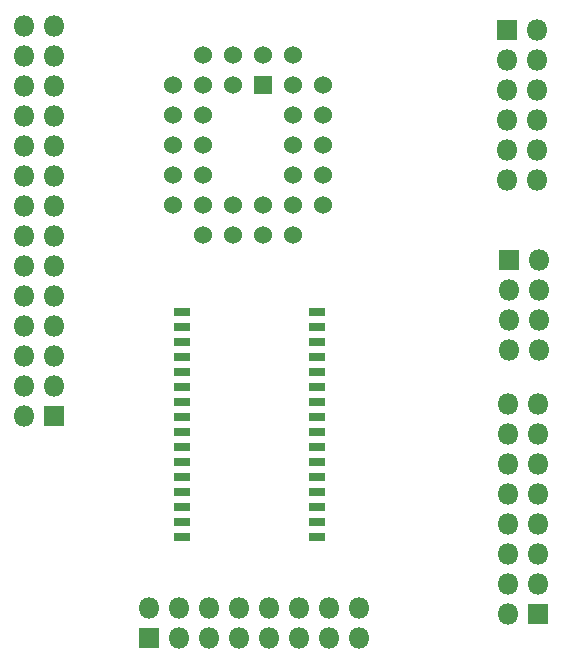
<source format=gbr>
%TF.GenerationSoftware,KiCad,Pcbnew,(5.1.6)-1*%
%TF.CreationDate,2020-09-22T21:52:58+03:00*%
%TF.ProjectId,RAM_ROM_devboard,52414d5f-524f-44d5-9f64-6576626f6172,rev?*%
%TF.SameCoordinates,Original*%
%TF.FileFunction,Soldermask,Top*%
%TF.FilePolarity,Negative*%
%FSLAX46Y46*%
G04 Gerber Fmt 4.6, Leading zero omitted, Abs format (unit mm)*
G04 Created by KiCad (PCBNEW (5.1.6)-1) date 2020-09-22 21:52:58*
%MOMM*%
%LPD*%
G01*
G04 APERTURE LIST*
%ADD10O,1.800000X1.800000*%
%ADD11R,1.800000X1.800000*%
%ADD12R,1.395000X0.750000*%
%ADD13C,1.530000*%
%ADD14R,1.530000X1.530000*%
G04 APERTURE END LIST*
D10*
%TO.C,J7*%
X140716000Y-98806000D03*
X143256000Y-98806000D03*
X140716000Y-101346000D03*
X143256000Y-101346000D03*
X140716000Y-103886000D03*
X143256000Y-103886000D03*
X140716000Y-106426000D03*
X143256000Y-106426000D03*
X140716000Y-108966000D03*
X143256000Y-108966000D03*
X140716000Y-111506000D03*
X143256000Y-111506000D03*
X140716000Y-114046000D03*
X143256000Y-114046000D03*
X140716000Y-116586000D03*
D11*
X143256000Y-116586000D03*
%TD*%
D12*
%TO.C,IC1*%
X124600000Y-91059000D03*
X124600000Y-92329000D03*
X124600000Y-93599000D03*
X124600000Y-94869000D03*
X124600000Y-96139000D03*
X124600000Y-97409000D03*
X124600000Y-98679000D03*
X124600000Y-99949000D03*
X124600000Y-101219000D03*
X124600000Y-102489000D03*
X124600000Y-103759000D03*
X124600000Y-105029000D03*
X124600000Y-106299000D03*
X124600000Y-107569000D03*
X124600000Y-108839000D03*
X124600000Y-110109000D03*
X113144000Y-110109000D03*
X113144000Y-108839000D03*
X113144000Y-107569000D03*
X113144000Y-106299000D03*
X113144000Y-105029000D03*
X113144000Y-103759000D03*
X113144000Y-102489000D03*
X113144000Y-101219000D03*
X113144000Y-99949000D03*
X113144000Y-98679000D03*
X113144000Y-97409000D03*
X113144000Y-96139000D03*
X113144000Y-94869000D03*
X113144000Y-93599000D03*
X113144000Y-92329000D03*
X113144000Y-91059000D03*
%TD*%
D13*
%TO.C,J2*%
X119988500Y-69280000D03*
X122528500Y-71820000D03*
X122528500Y-69280000D03*
X125068500Y-71820000D03*
X122528500Y-74360000D03*
X125068500Y-74360000D03*
X122528500Y-76900000D03*
X125068500Y-76900000D03*
X122528500Y-79440000D03*
X125068500Y-79440000D03*
X122528500Y-81980000D03*
X125068500Y-81980000D03*
X122528500Y-84520000D03*
X119988500Y-81980000D03*
X119988500Y-84520000D03*
X117448500Y-81980000D03*
X117448500Y-84520000D03*
X114908500Y-81980000D03*
X114908500Y-84520000D03*
X112368500Y-81980000D03*
X114908500Y-79440000D03*
X112368500Y-79440000D03*
X114908500Y-76900000D03*
X112368500Y-76900000D03*
X114908500Y-74360000D03*
X112368500Y-74360000D03*
X114908500Y-71820000D03*
X112368500Y-71820000D03*
X114908500Y-69280000D03*
X117448500Y-71820000D03*
X117448500Y-69280000D03*
D14*
X119988500Y-71820000D03*
%TD*%
D10*
%TO.C,J6*%
X143192500Y-79883000D03*
X140652500Y-79883000D03*
X143192500Y-77343000D03*
X140652500Y-77343000D03*
X143192500Y-74803000D03*
X140652500Y-74803000D03*
X143192500Y-72263000D03*
X140652500Y-72263000D03*
X143192500Y-69723000D03*
X140652500Y-69723000D03*
X143192500Y-67183000D03*
D11*
X140652500Y-67183000D03*
%TD*%
D10*
%TO.C,J4*%
X143383000Y-94234000D03*
X140843000Y-94234000D03*
X143383000Y-91694000D03*
X140843000Y-91694000D03*
X143383000Y-89154000D03*
X140843000Y-89154000D03*
X143383000Y-86614000D03*
D11*
X140843000Y-86614000D03*
%TD*%
D10*
%TO.C,J3*%
X128079500Y-116078000D03*
X128079500Y-118618000D03*
X125539500Y-116078000D03*
X125539500Y-118618000D03*
X122999500Y-116078000D03*
X122999500Y-118618000D03*
X120459500Y-116078000D03*
X120459500Y-118618000D03*
X117919500Y-116078000D03*
X117919500Y-118618000D03*
X115379500Y-116078000D03*
X115379500Y-118618000D03*
X112839500Y-116078000D03*
X112839500Y-118618000D03*
X110299500Y-116078000D03*
D11*
X110299500Y-118618000D03*
%TD*%
D10*
%TO.C,J1*%
X99758500Y-66865500D03*
X102298500Y-66865500D03*
X99758500Y-69405500D03*
X102298500Y-69405500D03*
X99758500Y-71945500D03*
X102298500Y-71945500D03*
X99758500Y-74485500D03*
X102298500Y-74485500D03*
X99758500Y-77025500D03*
X102298500Y-77025500D03*
X99758500Y-79565500D03*
X102298500Y-79565500D03*
X99758500Y-82105500D03*
X102298500Y-82105500D03*
X99758500Y-84645500D03*
X102298500Y-84645500D03*
X99758500Y-87185500D03*
X102298500Y-87185500D03*
X99758500Y-89725500D03*
X102298500Y-89725500D03*
X99758500Y-92265500D03*
X102298500Y-92265500D03*
X99758500Y-94805500D03*
X102298500Y-94805500D03*
X99758500Y-97345500D03*
X102298500Y-97345500D03*
X99758500Y-99885500D03*
D11*
X102298500Y-99885500D03*
%TD*%
M02*

</source>
